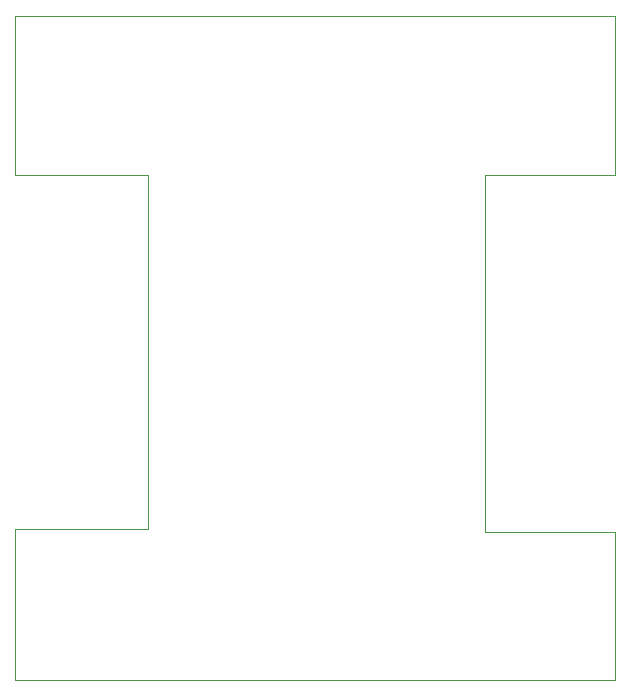
<source format=gbr>
%TF.GenerationSoftware,KiCad,Pcbnew,(5.1.12)-1*%
%TF.CreationDate,2022-08-02T20:23:38+02:00*%
%TF.ProjectId,esp32-led,65737033-322d-46c6-9564-2e6b69636164,rev?*%
%TF.SameCoordinates,Original*%
%TF.FileFunction,Profile,NP*%
%FSLAX46Y46*%
G04 Gerber Fmt 4.6, Leading zero omitted, Abs format (unit mm)*
G04 Created by KiCad (PCBNEW (5.1.12)-1) date 2022-08-02 20:23:38*
%MOMM*%
%LPD*%
G01*
G04 APERTURE LIST*
%TA.AperFunction,Profile*%
%ADD10C,0.050000*%
%TD*%
G04 APERTURE END LIST*
D10*
X192405000Y-58483500D02*
X192405000Y-45593000D01*
X192405000Y-95250000D02*
X192405000Y-88773000D01*
X181356000Y-58483500D02*
X181356000Y-88773000D01*
X187388500Y-58483500D02*
X181356000Y-58483500D01*
X187388500Y-58483500D02*
X192405000Y-58483500D01*
X187388500Y-88773000D02*
X181356000Y-88773000D01*
X187388500Y-88773000D02*
X192405000Y-88773000D01*
X141605000Y-95250000D02*
X141605000Y-88455500D01*
X141605000Y-45720000D02*
X141605000Y-58483500D01*
X152844500Y-88455500D02*
X152590500Y-88455500D01*
X152844500Y-58483500D02*
X152844500Y-88455500D01*
X146558000Y-88455500D02*
X152590500Y-88455500D01*
X146558000Y-88455500D02*
X141605000Y-88455500D01*
X146685000Y-58483500D02*
X152844500Y-58483500D01*
X146685000Y-58483500D02*
X141605000Y-58483500D01*
X192405000Y-95250000D02*
X192405000Y-101282500D01*
X143065500Y-101282500D02*
X192278000Y-101282500D01*
X192405000Y-101282500D02*
X192278000Y-101282500D01*
X141605000Y-101282500D02*
X143065500Y-101282500D01*
X141605000Y-95250000D02*
X141605000Y-101282500D01*
X141605000Y-45085000D02*
X141605000Y-45720000D01*
X192405000Y-45085000D02*
X192405000Y-45593000D01*
X192151000Y-45085000D02*
X192405000Y-45085000D01*
X141605000Y-45085000D02*
X192151000Y-45085000D01*
M02*

</source>
